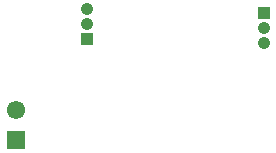
<source format=gbl>
G04*
G04 #@! TF.GenerationSoftware,Altium Limited,Altium Designer,25.2.1 (25)*
G04*
G04 Layer_Physical_Order=2*
G04 Layer_Color=16711680*
%FSLAX44Y44*%
%MOMM*%
G71*
G04*
G04 #@! TF.SameCoordinates,E59C81FF-183B-4B4C-A30A-65E7F72278B8*
G04*
G04*
G04 #@! TF.FilePolarity,Positive*
G04*
G01*
G75*
%ADD17R,1.0500X1.0500*%
%ADD18C,1.0500*%
%ADD20C,1.5500*%
%ADD21R,1.5500X1.5500*%
D17*
X240000Y232700D02*
D03*
X90000Y210000D02*
D03*
D18*
X240000Y220000D02*
D03*
Y207300D02*
D03*
X90000Y222700D02*
D03*
Y235400D02*
D03*
D20*
X30000Y150000D02*
D03*
D21*
Y124600D02*
D03*
M02*

</source>
